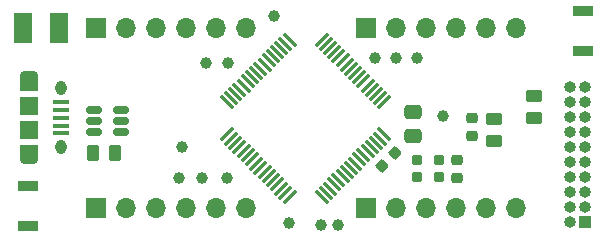
<source format=gbr>
%TF.GenerationSoftware,KiCad,Pcbnew,(7.0.0)*%
%TF.CreationDate,2023-04-02T12:15:27-04:00*%
%TF.ProjectId,H503,48353033-2e6b-4696-9361-645f70636258,rev?*%
%TF.SameCoordinates,Original*%
%TF.FileFunction,Soldermask,Top*%
%TF.FilePolarity,Negative*%
%FSLAX46Y46*%
G04 Gerber Fmt 4.6, Leading zero omitted, Abs format (unit mm)*
G04 Created by KiCad (PCBNEW (7.0.0)) date 2023-04-02 12:15:27*
%MOMM*%
%LPD*%
G01*
G04 APERTURE LIST*
G04 Aperture macros list*
%AMRoundRect*
0 Rectangle with rounded corners*
0 $1 Rounding radius*
0 $2 $3 $4 $5 $6 $7 $8 $9 X,Y pos of 4 corners*
0 Add a 4 corners polygon primitive as box body*
4,1,4,$2,$3,$4,$5,$6,$7,$8,$9,$2,$3,0*
0 Add four circle primitives for the rounded corners*
1,1,$1+$1,$2,$3*
1,1,$1+$1,$4,$5*
1,1,$1+$1,$6,$7*
1,1,$1+$1,$8,$9*
0 Add four rect primitives between the rounded corners*
20,1,$1+$1,$2,$3,$4,$5,0*
20,1,$1+$1,$4,$5,$6,$7,0*
20,1,$1+$1,$6,$7,$8,$9,0*
20,1,$1+$1,$8,$9,$2,$3,0*%
G04 Aperture macros list end*
%ADD10R,1.700000X1.700000*%
%ADD11O,1.700000X1.700000*%
%ADD12C,1.000000*%
%ADD13R,1.700000X0.900000*%
%ADD14R,1.000000X1.000000*%
%ADD15O,1.000000X1.000000*%
%ADD16RoundRect,0.250000X0.262500X0.450000X-0.262500X0.450000X-0.262500X-0.450000X0.262500X-0.450000X0*%
%ADD17RoundRect,0.150000X-0.512500X-0.150000X0.512500X-0.150000X0.512500X0.150000X-0.512500X0.150000X0*%
%ADD18R,1.350000X0.400000*%
%ADD19O,1.550000X0.890000*%
%ADD20R,1.550000X1.200000*%
%ADD21O,0.950000X1.250000*%
%ADD22R,1.550000X1.500000*%
%ADD23RoundRect,0.200000X-0.250000X0.200000X-0.250000X-0.200000X0.250000X-0.200000X0.250000X0.200000X0*%
%ADD24RoundRect,0.075000X0.548008X-0.441942X-0.441942X0.548008X-0.548008X0.441942X0.441942X-0.548008X0*%
%ADD25RoundRect,0.075000X0.548008X0.441942X0.441942X0.548008X-0.548008X-0.441942X-0.441942X-0.548008X0*%
%ADD26RoundRect,0.225000X-0.017678X0.335876X-0.335876X0.017678X0.017678X-0.335876X0.335876X-0.017678X0*%
%ADD27RoundRect,0.225000X0.250000X-0.225000X0.250000X0.225000X-0.250000X0.225000X-0.250000X-0.225000X0*%
%ADD28RoundRect,0.250000X-0.475000X0.337500X-0.475000X-0.337500X0.475000X-0.337500X0.475000X0.337500X0*%
%ADD29RoundRect,0.250000X-0.450000X0.262500X-0.450000X-0.262500X0.450000X-0.262500X0.450000X0.262500X0*%
%ADD30R,1.500000X2.600000*%
%ADD31RoundRect,0.250000X0.450000X-0.262500X0.450000X0.262500X-0.450000X0.262500X-0.450000X-0.262500X0*%
G04 APERTURE END LIST*
D10*
%TO.C,J2*%
X96519999Y-63499999D03*
D11*
X99059999Y-63499999D03*
X101599999Y-63499999D03*
X104139999Y-63499999D03*
X106679999Y-63499999D03*
X109219999Y-63499999D03*
%TD*%
D12*
%TO.C,TP3*%
X83007200Y-51181000D03*
%TD*%
D13*
%TO.C,BOOT1*%
X67899999Y-64999999D03*
X67899999Y-61599999D03*
%TD*%
D14*
%TO.C,J3*%
X115061999Y-64693799D03*
D15*
X113791999Y-64693799D03*
X115061999Y-63423799D03*
X113791999Y-63423799D03*
X115061999Y-62153799D03*
X113791999Y-62153799D03*
X115061999Y-60883799D03*
X113791999Y-60883799D03*
X115061999Y-59613799D03*
X113791999Y-59613799D03*
X115061999Y-58343799D03*
X113791999Y-58343799D03*
X115061999Y-57073799D03*
X113791999Y-57073799D03*
X115061999Y-55803799D03*
X113791999Y-55803799D03*
X115061999Y-54533799D03*
X113791999Y-54533799D03*
X115061999Y-53263799D03*
X113791999Y-53263799D03*
%TD*%
D16*
%TO.C,R2*%
X75283700Y-58851800D03*
X73458700Y-58851800D03*
%TD*%
D10*
%TO.C,J1*%
X73659999Y-63499999D03*
D11*
X76199999Y-63499999D03*
X78739999Y-63499999D03*
X81279999Y-63499999D03*
X83819999Y-63499999D03*
X86359999Y-63499999D03*
%TD*%
D12*
%TO.C,TP7*%
X89992200Y-64770000D03*
%TD*%
%TO.C,TP14*%
X88722200Y-47244000D03*
%TD*%
D17*
%TO.C,U4*%
X73562500Y-55150000D03*
X73562500Y-56100000D03*
X73562500Y-57050000D03*
X75837500Y-57050000D03*
X75837500Y-56100000D03*
X75837500Y-55150000D03*
%TD*%
D12*
%TO.C,TP9*%
X94157800Y-64922400D03*
%TD*%
D18*
%TO.C,J4*%
X70741999Y-54539999D03*
X70741999Y-55189999D03*
X70741999Y-55839999D03*
X70741999Y-56489999D03*
X70741999Y-57139999D03*
D19*
X68041999Y-52339999D03*
D20*
X68041999Y-52939999D03*
D21*
X70741999Y-53339999D03*
D22*
X68041999Y-54839999D03*
X68041999Y-56839999D03*
D21*
X70741999Y-58339999D03*
D20*
X68041999Y-58739999D03*
D19*
X68041999Y-59339999D03*
%TD*%
D12*
%TO.C,TP6*%
X82702400Y-60960000D03*
%TD*%
D13*
%TO.C,RESET1*%
X114909599Y-46763199D03*
X114909599Y-50163199D03*
%TD*%
D10*
%TO.C,J6*%
X96519999Y-48259999D03*
D11*
X99059999Y-48259999D03*
X101599999Y-48259999D03*
X104139999Y-48259999D03*
X106679999Y-48259999D03*
X109219999Y-48259999D03*
%TD*%
D23*
%TO.C,X1*%
X102725000Y-59395000D03*
X100875000Y-59395000D03*
X100875000Y-60845000D03*
X102725000Y-60845000D03*
%TD*%
D10*
%TO.C,J5*%
X73659999Y-48259999D03*
D11*
X76199999Y-48259999D03*
X78739999Y-48259999D03*
X81279999Y-48259999D03*
X83819999Y-48259999D03*
X86359999Y-48259999D03*
%TD*%
D12*
%TO.C,TP11*%
X100838000Y-50800000D03*
%TD*%
D24*
%TO.C,U2*%
X92801181Y-62544481D03*
X93154734Y-62190928D03*
X93508287Y-61837375D03*
X93861841Y-61483821D03*
X94215394Y-61130268D03*
X94568948Y-60776714D03*
X94922501Y-60423161D03*
X95276054Y-60069608D03*
X95629608Y-59716054D03*
X95983161Y-59362501D03*
X96336714Y-59008948D03*
X96690268Y-58655394D03*
X97043821Y-58301841D03*
X97397375Y-57948287D03*
X97750928Y-57594734D03*
X98104481Y-57241181D03*
D25*
X98104481Y-54518819D03*
X97750928Y-54165266D03*
X97397375Y-53811713D03*
X97043821Y-53458159D03*
X96690268Y-53104606D03*
X96336714Y-52751052D03*
X95983161Y-52397499D03*
X95629608Y-52043946D03*
X95276054Y-51690392D03*
X94922501Y-51336839D03*
X94568948Y-50983286D03*
X94215394Y-50629732D03*
X93861841Y-50276179D03*
X93508287Y-49922625D03*
X93154734Y-49569072D03*
X92801181Y-49215519D03*
D24*
X90078819Y-49215519D03*
X89725266Y-49569072D03*
X89371713Y-49922625D03*
X89018159Y-50276179D03*
X88664606Y-50629732D03*
X88311052Y-50983286D03*
X87957499Y-51336839D03*
X87603946Y-51690392D03*
X87250392Y-52043946D03*
X86896839Y-52397499D03*
X86543286Y-52751052D03*
X86189732Y-53104606D03*
X85836179Y-53458159D03*
X85482625Y-53811713D03*
X85129072Y-54165266D03*
X84775519Y-54518819D03*
D25*
X84775519Y-57241181D03*
X85129072Y-57594734D03*
X85482625Y-57948287D03*
X85836179Y-58301841D03*
X86189732Y-58655394D03*
X86543286Y-59008948D03*
X86896839Y-59362501D03*
X87250392Y-59716054D03*
X87603946Y-60069608D03*
X87957499Y-60423161D03*
X88311052Y-60776714D03*
X88664606Y-61130268D03*
X89018159Y-61483821D03*
X89371713Y-61837375D03*
X89725266Y-62190928D03*
X90078819Y-62544481D03*
%TD*%
D12*
%TO.C,TP5*%
X80695800Y-60960000D03*
%TD*%
D26*
%TO.C,C7*%
X99018008Y-58811992D03*
X97921992Y-59908008D03*
%TD*%
D12*
%TO.C,TP8*%
X92760800Y-64922400D03*
%TD*%
%TO.C,TP12*%
X99060000Y-50800000D03*
%TD*%
D27*
%TO.C,C13*%
X105537000Y-57391600D03*
X105537000Y-55841600D03*
%TD*%
D28*
%TO.C,FB1*%
X100500000Y-55342500D03*
X100500000Y-57417500D03*
%TD*%
D29*
%TO.C,R4*%
X107365800Y-55958100D03*
X107365800Y-57783100D03*
%TD*%
D12*
%TO.C,TP4*%
X84886800Y-51181000D03*
%TD*%
D30*
%TO.C,D1*%
X67537199Y-48259999D03*
X70537199Y-48259999D03*
%TD*%
D31*
%TO.C,R3*%
X110744000Y-55854600D03*
X110744000Y-54029600D03*
%TD*%
D27*
%TO.C,C2*%
X104250000Y-60945000D03*
X104250000Y-59395000D03*
%TD*%
D12*
%TO.C,TP1*%
X103047800Y-55676800D03*
%TD*%
%TO.C,TP13*%
X84759800Y-60960000D03*
%TD*%
%TO.C,TP2*%
X97282000Y-50800000D03*
%TD*%
%TO.C,TP10*%
X80975200Y-58293000D03*
%TD*%
M02*

</source>
